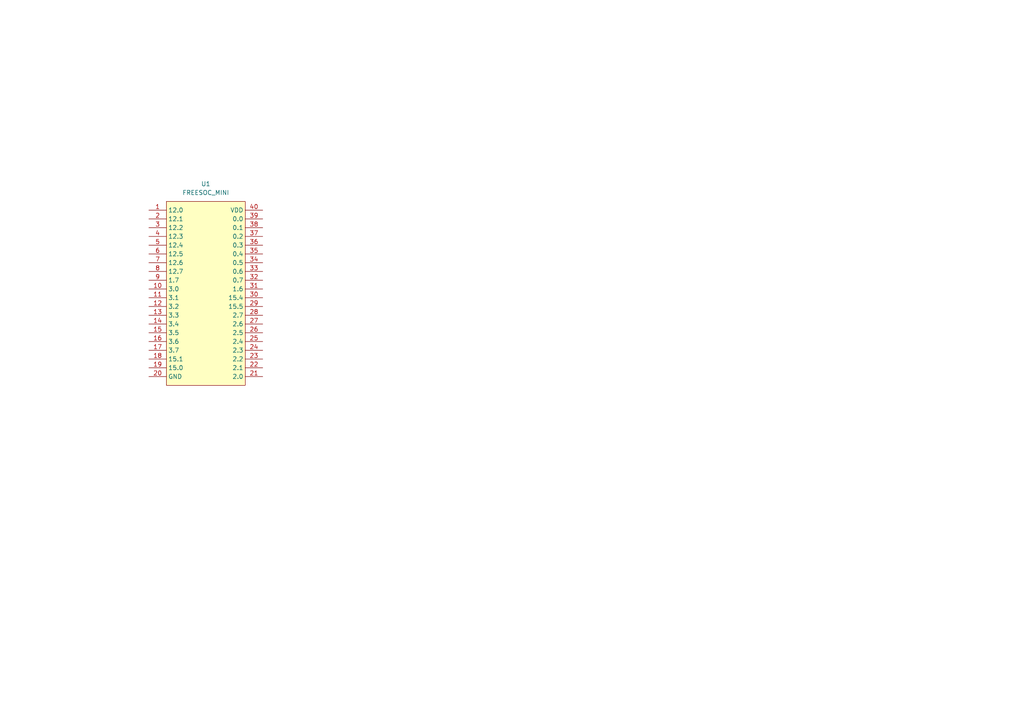
<source format=kicad_sch>
(kicad_sch (version 20211123) (generator eeschema)
  (paper "A4")
  (lib_symbols
    (symbol "Schematic:FREESOC_MINI"
      (property "Reference" "U" (at -10.16 17.78 0))
      (property "Value" "FREESOC_MINI" (at 0 -38.1 0))
      (symbol "FREESOC_MINI_0_1"
        (rectangle (start -11.43 16.51) (end 11.43 -36.83) (fill (type background)))
      )
      (symbol "FREESOC_MINI_1_1"
        (pin bidirectional line (at -16.51 13.97 0) (length 5.08) (name "12.0") (number "1"))
        (pin bidirectional line (at -16.51 -8.89 0) (length 5.08) (name "3.0") (number "10"))
        (pin bidirectional line (at -16.51 -11.43 0) (length 5.08) (name "3.1") (number "11"))
        (pin bidirectional line (at -16.51 -13.97 0) (length 5.08) (name "3.2") (number "12"))
        (pin bidirectional line (at -16.51 -16.51 0) (length 5.08) (name "3.3") (number "13"))
        (pin bidirectional line (at -16.51 -19.05 0) (length 5.08) (name "3.4") (number "14"))
        (pin bidirectional line (at -16.51 -21.59 0) (length 5.08) (name "3.5") (number "15"))
        (pin bidirectional line (at -16.51 -24.13 0) (length 5.08) (name "3.6") (number "16"))
        (pin bidirectional line (at -16.51 -26.67 0) (length 5.08) (name "3.7") (number "17"))
        (pin bidirectional line (at -16.51 -29.21 0) (length 5.08) (name "15.1") (number "18"))
        (pin bidirectional line (at -16.51 -31.75 0) (length 5.08) (name "15.0") (number "19"))
        (pin bidirectional line (at -16.51 11.43 0) (length 5.08) (name "12.1") (number "2"))
        (pin power_in line (at -16.51 -34.29 0) (length 5.08) (name "GND") (number "20"))
        (pin bidirectional line (at 16.51 -34.29 180) (length 5.08) (name "2.0") (number "21"))
        (pin bidirectional line (at 16.51 -31.75 180) (length 5.08) (name "2.1") (number "22"))
        (pin bidirectional line (at 16.51 -29.21 180) (length 5.08) (name "2.2") (number "23"))
        (pin bidirectional line (at 16.51 -26.67 180) (length 5.08) (name "2.3") (number "24"))
        (pin bidirectional line (at 16.51 -24.13 180) (length 5.08) (name "2.4") (number "25"))
        (pin bidirectional line (at 16.51 -21.59 180) (length 5.08) (name "2.5") (number "26"))
        (pin bidirectional line (at 16.51 -19.05 180) (length 5.08) (name "2.6") (number "27"))
        (pin bidirectional line (at 16.51 -16.51 180) (length 5.08) (name "2.7") (number "28"))
        (pin bidirectional line (at 16.51 -13.97 180) (length 5.08) (name "15.5") (number "29"))
        (pin bidirectional line (at -16.51 8.89 0) (length 5.08) (name "12.2") (number "3"))
        (pin bidirectional line (at 16.51 -11.43 180) (length 5.08) (name "15.4") (number "30"))
        (pin bidirectional line (at 16.51 -8.89 180) (length 5.08) (name "1.6") (number "31"))
        (pin bidirectional line (at 16.51 -6.35 180) (length 5.08) (name "0.7") (number "32"))
        (pin bidirectional line (at 16.51 -3.81 180) (length 5.08) (name "0.6") (number "33"))
        (pin bidirectional line (at 16.51 -1.27 180) (length 5.08) (name "0.5") (number "34"))
        (pin bidirectional line (at 16.51 1.27 180) (length 5.08) (name "0.4") (number "35"))
        (pin bidirectional line (at 16.51 3.81 180) (length 5.08) (name "0.3") (number "36"))
        (pin bidirectional line (at 16.51 6.35 180) (length 5.08) (name "0.2") (number "37"))
        (pin bidirectional line (at 16.51 8.89 180) (length 5.08) (name "0.1") (number "38"))
        (pin bidirectional line (at 16.51 11.43 180) (length 5.08) (name "0.0") (number "39"))
        (pin bidirectional line (at -16.51 6.35 0) (length 5.08) (name "12.3") (number "4"))
        (pin power_in line (at 16.51 13.97 180) (length 5.08) (name "VDD") (number "40"))
        (pin bidirectional line (at -16.51 3.81 0) (length 5.08) (name "12.4") (number "5"))
        (pin bidirectional line (at -16.51 1.27 0) (length 5.08) (name "12.5") (number "6"))
        (pin bidirectional line (at -16.51 -1.27 0) (length 5.08) (name "12.6") (number "7"))
        (pin bidirectional line (at -16.51 -3.81 0) (length 5.08) (name "12.7") (number "8"))
        (pin bidirectional line (at -16.51 -6.35 0) (length 5.08) (name "1.7") (number "9"))
      )
    )
  )
  (symbol (lib_id "Schematic:FREESOC_MINI") (at 59.69 74.93 0) (unit 1)
    (property "Reference" "U1" (at 59.69 53.34 0))
    (property "Value" "FREESOC_MINI" (at 59.69 55.88 0))
    (property "Footprint" "Package_DIP:DIP-40_W15.24mm_Socket_LongPads" (effects hide))
  )
)
</source>
